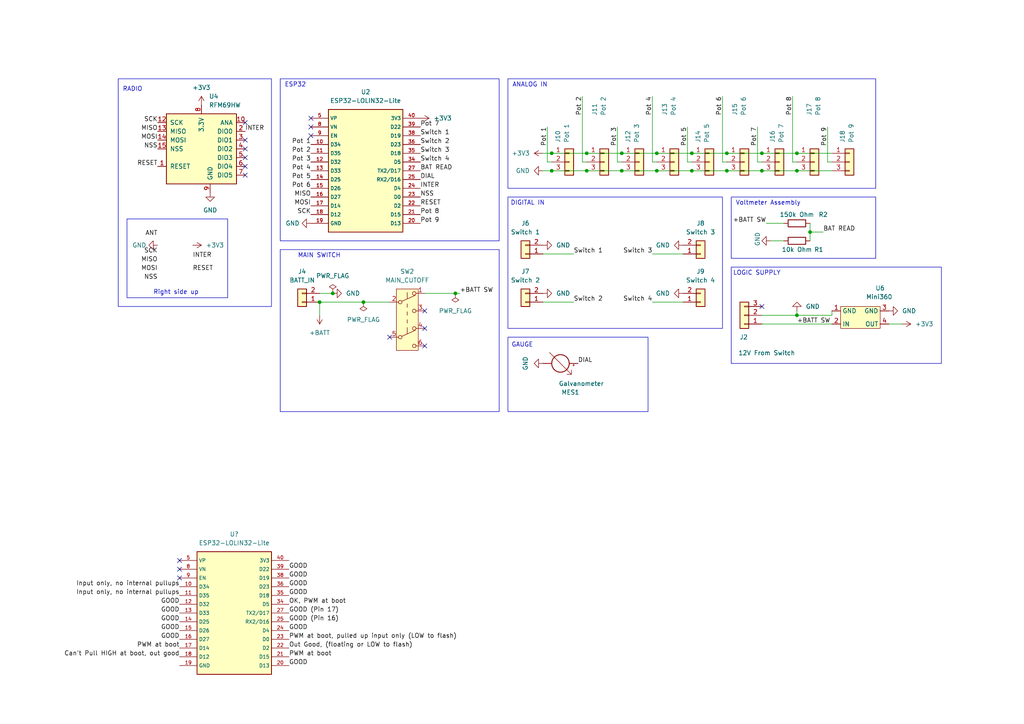
<source format=kicad_sch>
(kicad_sch (version 20250114) (generator "eeschema") (generator_version "9.0")
  (paper "A4")
  (lib_symbols
    (symbol "Connector_Generic:Conn_01x02" (pin_names (offset 1.016) (hide yes))
      (property "Reference" "J" (at 0 2.54 0))
      (property "Value" "Conn_01x02" (at 0 -5.08 0))
      (symbol "Conn_01x02_1_1"
        (rectangle (start -1.27 1.27) (end 1.27 -3.81) (stroke (width 0.254)) (fill (type background)))
        (rectangle (start -1.27 0.127) (end 0 -0.127) (stroke (width 0.1524)))
        (rectangle (start -1.27 -2.413) (end 0 -2.667) (stroke (width 0.1524)))
        (pin passive line (at -5.08 0 0) (length 3.81) (name "Pin_1") (number "1"))
        (pin passive line (at -5.08 -2.54 0) (length 3.81) (name "Pin_2") (number "2"))
      )
    )
    (symbol "Connector_Generic:Conn_01x03" (pin_names (offset 1.016) (hide yes))
      (property "Reference" "J" (at 0 5.08 0))
      (property "Value" "Conn_01x03" (at 0 -5.08 0))
      (symbol "Conn_01x03_1_1"
        (rectangle (start -1.27 3.81) (end 1.27 -3.81) (stroke (width 0.254)) (fill (type background)))
        (rectangle (start -1.27 2.667) (end 0 2.413) (stroke (width 0.1524)))
        (rectangle (start -1.27 0.127) (end 0 -0.127) (stroke (width 0.1524)))
        (rectangle (start -1.27 -2.413) (end 0 -2.667) (stroke (width 0.1524)))
        (pin passive line (at -5.08 2.54 0) (length 3.81) (name "Pin_1") (number "1"))
        (pin passive line (at -5.08 0 0) (length 3.81) (name "Pin_2") (number "2"))
        (pin passive line (at -5.08 -2.54 0) (length 3.81) (name "Pin_3") (number "3"))
      )
    )
    (symbol "Device:Galvanometer" (pin_numbers (hide yes)) (pin_names (offset 0.0254) (hide yes))
      (property "Reference" "MES" (at -3.302 1.016 0))
      (property "Value" "Galvanometer" (at -3.302 -0.762 0))
      (symbol "Galvanometer_0_0"
        (polyline (pts (xy -3.175 -3.175) (xy 3.175 3.175)))
        (polyline (pts (xy 1.905 3.175) (xy 3.175 3.175) (xy 3.175 1.905)))
      )
      (symbol "Galvanometer_0_1"
        (circle (center 0 0) (radius 2.54) (stroke (width 0.254)))
        (polyline (pts (xy 0.254 3.81) (xy 0.762 3.81)))
        (polyline (pts (xy 0.508 4.064) (xy 0.508 3.556)))
      )
      (symbol "Galvanometer_1_1"
        (pin passive line (at 0 5.08 270) (length 2.54) (name "+") (number "2"))
        (pin passive line (at 0 -5.08 90) (length 2.54) (name "-") (number "1"))
      )
    )
    (symbol "Device:R" (pin_numbers (hide yes)) (pin_names (offset 0))
      (property "Reference" "R" (at 2.032 0 90))
      (property "Value" "R" (at 0 0 90))
      (symbol "R_0_1"
        (rectangle (start -1.016 -2.54) (end 1.016 2.54) (stroke (width 0.254)))
      )
      (symbol "R_1_1"
        (pin passive line (at 0 3.81 270) (length 1.27) (name "~") (number "1"))
        (pin passive line (at 0 -3.81 90) (length 1.27) (name "~") (number "2"))
      )
    )
    (symbol "Espressif:ESP32-LOLIN32-Lite"
      (property "Reference" "U" (at -3.81 13.97 0))
      (property "Value" "ESP32-LOLIN32-Lite" (at 0 1.27 90))
      (symbol "ESP32-LOLIN32-Lite_0_1"
        (rectangle (start -11.43 19.05) (end 10.16 -16.51) (stroke (width 0.254)) (fill (type background)))
      )
      (symbol "ESP32-LOLIN32-Lite_1_1"
        (pin bidirectional line (at -16.51 16.51 0) (length 5.08) (name "VP") (number "5"))
        (pin bidirectional line (at -16.51 13.97 0) (length 5.08) (name "VN") (number "8"))
        (pin input line (at -16.51 11.43 0) (length 5.08) (name "EN") (number "9"))
        (pin bidirectional line (at -16.51 8.89 0) (length 5.08) (name "D34") (number "10"))
        (pin bidirectional line (at -16.51 6.35 0) (length 5.08) (name "D35") (number "11"))
        (pin bidirectional line (at -16.51 3.81 0) (length 5.08) (name "D32") (number "12"))
        (pin bidirectional line (at -16.51 1.27 0) (length 5.08) (name "D33") (number "13"))
        (pin bidirectional line (at -16.51 -1.27 0) (length 5.08) (name "D25") (number "14"))
        (pin bidirectional line (at -16.51 -3.81 0) (length 5.08) (name "D26") (number "15"))
        (pin bidirectional line (at -16.51 -6.35 0) (length 5.08) (name "D27") (number "16"))
        (pin bidirectional line (at -16.51 -8.89 0) (length 5.08) (name "D14") (number "17"))
        (pin bidirectional line (at -16.51 -11.43 0) (length 5.08) (name "D12") (number "18"))
        (pin power_in line (at -16.51 -13.97 0) (length 5.08) (name "GND") (number "19"))
        (pin input line (at 15.24 16.51 180) (length 5.08) (name "3V3") (number "40"))
        (pin bidirectional line (at 15.24 13.97 180) (length 5.08) (name "D22") (number "39"))
        (pin bidirectional line (at 15.24 11.43 180) (length 5.08) (name "D19") (number "38"))
        (pin bidirectional line (at 15.24 8.89 180) (length 5.08) (name "D23") (number "36"))
        (pin bidirectional line (at 15.24 6.35 180) (length 5.08) (name "D18") (number "35"))
        (pin bidirectional line (at 15.24 3.81 180) (length 5.08) (name "D5") (number "34"))
        (pin output line (at 15.24 1.27 180) (length 5.08) (name "TX2/D17") (number "27"))
        (pin input line (at 15.24 -1.27 180) (length 5.08) (name "RX2/D16") (number "25"))
        (pin bidirectional line (at 15.24 -3.81 180) (length 5.08) (name "D4") (number "24"))
        (pin bidirectional line (at 15.24 -6.35 180) (length 5.08) (name "D0") (number "23"))
        (pin bidirectional line (at 15.24 -8.89 180) (length 5.08) (name "D2") (number "22"))
        (pin bidirectional line (at 15.24 -11.43 180) (length 5.08) (name "D15") (number "21"))
        (pin bidirectional line (at 15.24 -13.97 180) (length 5.08) (name "D13") (number "20"))
      )
    )
    (symbol "My_Library:Mini360"
      (property "Reference" "U" (at 2.54 7.62 0))
      (property "Value" "Mini360" (at 6.35 10.16 0))
      (symbol "Mini360_1_1"
        (rectangle (start 0 6.35) (end 11.43 0) (fill (type background)))
        (pin power_in line (at -2.54 5.08 0) (length 2.54) (name "GND") (number "1"))
        (pin power_in line (at -2.54 1.27 0) (length 2.54) (name "IN") (number "2"))
        (pin power_in line (at 13.97 5.08 180) (length 2.54) (name "GND") (number "3"))
        (pin power_out line (at 13.97 1.27 180) (length 2.54) (name "OUT") (number "4"))
      )
    )
    (symbol "RF_Module:RFM69HW" (pin_names (offset 1.016))
      (property "Reference" "U" (at -3.81 11.43 0))
      (property "Value" "RFM69HW" (at -7.62 13.97 0))
      (symbol "RFM69HW_0_1"
        (rectangle (start -10.16 10.16) (end 10.16 -10.16) (stroke (width 0.254)) (fill (type background)))
      )
      (symbol "RFM69HW_1_1"
        (pin input line (at -12.7 7.62 0) (length 2.54) (name "SCK") (number "12"))
        (pin output line (at -12.7 5.08 0) (length 2.54) (name "MISO") (number "13"))
        (pin input line (at -12.7 2.54 0) (length 2.54) (name "MOSI") (number "14"))
        (pin input line (at -12.7 0 0) (length 2.54) (name "NSS") (number "15"))
        (pin input line (at -12.7 -5.08 0) (length 2.54) (name "RESET") (number "1"))
        (pin no_connect line (at -2.54 -10.16 90) (length 2.54) (hide yes) (name "NC") (number "16"))
        (pin power_in line (at 0 12.7 270) (length 2.54) (name "3.3V") (number "8"))
        (pin passive line (at 2.54 -12.7 90) (length 2.54) (hide yes) (name "GND") (number "11"))
        (pin power_in line (at 2.54 -12.7 90) (length 2.54) (name "GND") (number "9"))
        (pin output line (at 12.7 7.62 180) (length 2.54) (name "ANA") (number "10"))
        (pin bidirectional line (at 12.7 5.08 180) (length 2.54) (name "DIO0") (number "2"))
        (pin bidirectional line (at 12.7 2.54 180) (length 2.54) (name "DIO1") (number "3"))
        (pin bidirectional line (at 12.7 0 180) (length 2.54) (name "DIO2") (number "4"))
        (pin bidirectional line (at 12.7 -2.54 180) (length 2.54) (name "DIO3") (number "5"))
        (pin bidirectional line (at 12.7 -5.08 180) (length 2.54) (name "DIO4") (number "6"))
        (pin bidirectional line (at 12.7 -7.62 180) (length 2.54) (name "DIO5") (number "7"))
      )
    )
    (symbol "Switch:SW_Push_DPDT" (pin_names (offset 0) (hide yes))
      (property "Reference" "SW" (at 0 10.16 0))
      (property "Value" "SW_Push_DPDT" (at 0 -10.16 0))
      (symbol "SW_Push_DPDT_0_0"
        (circle (center -2.032 5.08) (radius 0.508))
        (circle (center -2.032 -5.08) (radius 0.508))
        (circle (center 2.032 2.54) (radius 0.508))
        (circle (center 2.032 -7.62) (radius 0.508))
      )
      (symbol "SW_Push_DPDT_0_1"
        (polyline (pts (xy -1.524 5.334) (xy 2.3368 7.0612)))
        (polyline (pts (xy -1.524 -4.826) (xy 2.3368 -3.0988)))
        (polyline (pts (xy 0 7.874) (xy 0 6.096)))
        (polyline (pts (xy 0 3.556) (xy 0 4.572)))
        (polyline (pts (xy 0 1.27) (xy 0 2.286)))
        (polyline (pts (xy 0 -1.016) (xy 0 0)))
        (polyline (pts (xy 0 -2.286) (xy 0 -4.064)))
        (circle (center 2.032 7.62) (radius 0.508))
        (circle (center 2.032 -2.54) (radius 0.508))
      )
      (symbol "SW_Push_DPDT_1_1"
        (rectangle (start -3.175 8.89) (end 3.175 -8.89) (fill (type background)))
        (pin passive line (at -5.08 5.08 0) (length 2.54) (name "B") (number "2"))
        (pin passive line (at -5.08 -5.08 0) (length 2.54) (name "B") (number "5"))
        (pin passive line (at 5.08 7.62 180) (length 2.54) (name "A") (number "1"))
        (pin passive line (at 5.08 2.54 180) (length 2.54) (name "C") (number "3"))
        (pin passive line (at 5.08 -2.54 180) (length 2.54) (name "A") (number "4"))
        (pin passive line (at 5.08 -7.62 180) (length 2.54) (name "C") (number "6"))
      )
    )
    (symbol "power:+3V3" (power) (pin_names (offset 0))
      (property "Value" "+3V3" (at 0 3.556 0))
      (symbol "+3V3_0_1"
        (polyline (pts (xy -0.762 1.27) (xy 0 2.54)))
        (polyline (pts (xy 0 2.54) (xy 0.762 1.27)))
        (polyline (pts (xy 0 0) (xy 0 2.54)))
      )
      (symbol "+3V3_1_1"
        (pin power_in line (at 0 0 90) (length 0) (hide yes) (name "+3V3") (number "1"))
      )
    )
    (symbol "power:+BATT" (power) (pin_names (offset 0))
      (property "Value" "+BATT" (at 0 3.556 0))
      (symbol "+BATT_0_1"
        (polyline (pts (xy -0.762 1.27) (xy 0 2.54)))
        (polyline (pts (xy 0 2.54) (xy 0.762 1.27)))
        (polyline (pts (xy 0 0) (xy 0 2.54)))
      )
      (symbol "+BATT_1_1"
        (pin power_in line (at 0 0 90) (length 0) (hide yes) (name "+BATT") (number "1"))
      )
    )
    (symbol "power:GND" (power) (pin_names (offset 0))
      (property "Value" "GND" (at 0 -3.81 0))
      (symbol "GND_0_1"
        (polyline (pts (xy 0 0) (xy 0 -1.27) (xy 1.27 -1.27) (xy 0 -2.54) (xy -1.27 -1.27) (xy 0 -1.27)))
      )
      (symbol "GND_1_1"
        (pin power_in line (at 0 0 270) (length 0) (hide yes) (name "GND") (number "1"))
      )
    )
    (symbol "power:PWR_FLAG" (power) (pin_numbers (hide yes)) (pin_names (offset 0) (hide yes))
      (property "Value" "PWR_FLAG" (at 0 3.81 0))
      (symbol "PWR_FLAG_0_0"
        (pin power_out line (at 0 0 90) (length 0) (name "pwr") (number "1"))
      )
      (symbol "PWR_FLAG_0_1"
        (polyline (pts (xy 0 0) (xy 0 1.27) (xy -1.016 1.905) (xy 0 2.54) (xy 1.016 1.905) (xy 0 1.27)))
      )
    )
  )
  (rectangle (start 212.09 57.15) (end 254 74.93))
  (rectangle (start 34.29 22.86) (end 78.74 88.9))
  (rectangle (start 81.28 22.86) (end 144.78 69.85))
  (rectangle (start 66.04 86.36) (end 36.83 63.5))
  (rectangle (start 81.28 72.39) (end 144.78 119.38))
  (rectangle (start 212.09 77.47) (end 273.05 105.41))
  (rectangle (start 147.32 97.79) (end 187.96 119.38))
  (rectangle (start 147.32 22.86) (end 254 54.61))
  (rectangle (start 147.32 57.15) (end 209.55 95.25))
  (text "DIGITAL IN\n" (at 148.082 59.69 0) (effects (font (size 1.27 1.27)) (justify left bottom)))
  (text "MAIN SWITCH" (at 86.36 74.93 0) (effects (font (size 1.27 1.27)) (justify left bottom)))
  (text "GAUGE" (at 148.336 100.838 0) (effects (font (size 1.27 1.27)) (justify left bottom)))
  (text "RADIO" (at 35.56 26.67 0) (effects (font (size 1.27 1.27)) (justify left bottom)))
  (text "Voltmeter Assembly" (at 213.36 59.69 0) (effects (font (size 1.27 1.27)) (justify left bottom)))
  (text "Right side up" (at 51.054 84.836 0) (effects (font (size 1.27 1.27))))
  (text "ESP32" (at 82.55 25.4 0) (effects (font (size 1.27 1.27)) (justify left bottom)))
  (text "LOGIC SUPPLY\n" (at 212.598 80.01 0) (effects (font (size 1.27 1.27)) (justify left bottom)))
  (text "ANALOG IN" (at 148.59 25.4 0) (effects (font (size 1.27 1.27)) (justify left bottom)))
  (junction (at 160.02 44.45))
  (junction (at 190.5 44.45))
  (junction (at 200.66 44.45))
  (junction (at 190.5 49.53))
  (junction (at 170.18 44.45))
  (junction (at 180.34 44.45))
  (junction (at 234.95 67.31))
  (junction (at 231.14 91.44))
  (junction (at 210.82 49.53))
  (junction (at 180.34 49.53))
  (junction (at 231.14 44.45))
  (junction (at 231.14 49.53))
  (junction (at 105.41 87.63))
  (junction (at 210.82 44.45))
  (junction (at 200.66 49.53))
  (junction (at 170.18 49.53))
  (junction (at 96.52 85.09))
  (junction (at 220.98 49.53))
  (junction (at 160.02 49.53))
  (junction (at 220.98 44.45))
  (junction (at 92.71 87.63))
  (junction (at 132.08 85.09))
  (no_connect (at 71.12 50.8))
  (no_connect (at 90.17 34.29))
  (no_connect (at 52.07 165.1))
  (no_connect (at 113.03 97.79))
  (no_connect (at 71.12 43.18))
  (no_connect (at 71.12 48.26))
  (no_connect (at 52.07 167.64))
  (no_connect (at 123.19 100.33))
  (no_connect (at 123.19 90.17))
  (no_connect (at 220.98 88.9))
  (no_connect (at 71.12 35.56))
  (no_connect (at 52.07 162.56))
  (no_connect (at 71.12 45.72))
  (no_connect (at 71.12 40.64))
  (no_connect (at 90.17 36.83))
  (no_connect (at 90.17 39.37))
  (no_connect (at 123.19 95.25))
  (wire (pts (xy 219.71 36.83) (xy 219.71 46.99)))
  (wire (pts (xy 240.03 46.99) (xy 241.3 46.99)))
  (wire (pts (xy 168.91 27.94) (xy 168.91 46.99)))
  (wire (pts (xy 166.37 73.66) (xy 157.48 73.66)))
  (wire (pts (xy 166.37 87.63) (xy 157.48 87.63)))
  (wire (pts (xy 160.02 49.53) (xy 170.18 49.53)))
  (wire (pts (xy 170.18 44.45) (xy 180.34 44.45)))
  (wire (pts (xy 168.91 46.99) (xy 170.18 46.99)))
  (wire (pts (xy 189.23 27.94) (xy 189.23 46.99)))
  (wire (pts (xy 234.95 64.77) (xy 234.95 67.31)))
  (wire (pts (xy 234.95 67.31) (xy 234.95 69.85)))
  (wire (pts (xy 209.55 46.99) (xy 210.82 46.99)))
  (wire (pts (xy 180.34 44.45) (xy 190.5 44.45)))
  (wire (pts (xy 222.25 64.77) (xy 227.33 64.77)))
  (wire (pts (xy 92.71 91.44) (xy 92.71 87.63)))
  (wire (pts (xy 157.48 49.53) (xy 160.02 49.53)))
  (wire (pts (xy 123.19 85.09) (xy 132.08 85.09)))
  (wire (pts (xy 238.76 67.31) (xy 234.95 67.31)))
  (wire (pts (xy 240.03 36.83) (xy 240.03 46.99)))
  (wire (pts (xy 219.71 46.99) (xy 220.98 46.99)))
  (wire (pts (xy 209.55 27.94) (xy 209.55 46.99)))
  (wire (pts (xy 220.98 44.45) (xy 231.14 44.45)))
  (wire (pts (xy 92.71 87.63) (xy 105.41 87.63)))
  (wire (pts (xy 223.52 69.85) (xy 227.33 69.85)))
  (wire (pts (xy 189.23 73.66) (xy 198.12 73.66)))
  (wire (pts (xy 189.23 87.63) (xy 198.12 87.63)))
  (wire (pts (xy 200.66 44.45) (xy 210.82 44.45)))
  (wire (pts (xy 190.5 44.45) (xy 200.66 44.45)))
  (wire (pts (xy 261.62 93.98) (xy 257.81 93.98)))
  (wire (pts (xy 220.98 93.98) (xy 241.3 93.98)))
  (wire (pts (xy 210.82 44.45) (xy 220.98 44.45)))
  (wire (pts (xy 105.41 87.63) (xy 113.03 87.63)))
  (wire (pts (xy 231.14 49.53) (xy 241.3 49.53)))
  (wire (pts (xy 190.5 49.53) (xy 200.66 49.53)))
  (wire (pts (xy 170.18 49.53) (xy 180.34 49.53)))
  (wire (pts (xy 199.39 36.83) (xy 199.39 46.99)))
  (wire (pts (xy 96.52 85.09) (xy 92.71 85.09)))
  (wire (pts (xy 158.75 46.99) (xy 160.02 46.99)))
  (wire (pts (xy 158.75 36.83) (xy 158.75 46.99)))
  (wire (pts (xy 157.48 44.45) (xy 160.02 44.45)))
  (wire (pts (xy 179.07 36.83) (xy 179.07 46.99)))
  (wire (pts (xy 133.35 85.09) (xy 132.08 85.09)))
  (wire (pts (xy 210.82 49.53) (xy 220.98 49.53)))
  (wire (pts (xy 231.14 44.45) (xy 241.3 44.45)))
  (wire (pts (xy 229.87 46.99) (xy 231.14 46.99)))
  (wire (pts (xy 200.66 49.53) (xy 210.82 49.53)))
  (wire (pts (xy 180.34 49.53) (xy 190.5 49.53)))
  (wire (pts (xy 231.14 90.17) (xy 231.14 91.44)))
  (wire (pts (xy 229.87 27.94) (xy 229.87 46.99)))
  (wire (pts (xy 220.98 49.53) (xy 231.14 49.53)))
  (wire (pts (xy 160.02 44.45) (xy 170.18 44.45)))
  (wire (pts (xy 179.07 46.99) (xy 180.34 46.99)))
  (wire (pts (xy 241.3 91.44) (xy 241.3 90.17)))
  (wire (pts (xy 189.23 46.99) (xy 190.5 46.99)))
  (wire (pts (xy 231.14 91.44) (xy 241.3 91.44)))
  (wire (pts (xy 199.39 46.99) (xy 200.66 46.99)))
  (wire (pts (xy 220.98 91.44) (xy 231.14 91.44)))
  (label "NSS" (at 45.72 43.18 180))
  (label "Pot 4" (at 90.17 49.53 180))
  (label "Switch 3" (at 189.23 73.66 180))
  (label "Input only, no internal pullups" (at 52.07 172.72 180))
  (label "PWM at boot" (at 52.07 187.96 180))
  (label "PWM at boot" (at 83.82 190.5 0))
  (label "Switch 4" (at 121.92 46.99 0))
  (label "DIAL" (at 167.64 105.41 0))
  (label "Out Good, (floating or LOW to flash)" (at 83.82 187.96 0))
  (label "DIAL" (at 121.92 52.07 0))
  (label "Pot 8" (at 121.92 62.23 0))
  (label "GOOD" (at 52.07 175.26 180))
  (label "GOOD (Pin 17)" (at 83.82 177.8 0))
  (label "Pot 5" (at 199.39 36.83 270))
  (label "MOSI" (at 90.17 59.69 180))
  (label "GOOD" (at 83.82 172.72 0))
  (label "GOOD" (at 83.82 182.88 0))
  (label "Switch 1" (at 166.37 73.66 0))
  (label "GOOD" (at 52.07 180.34 180))
  (label "Pot 5" (at 90.17 52.07 180))
  (label "INTER" (at 71.12 38.1 0))
  (label "MISO" (at 45.72 76.2 180))
  (label "INTER" (at 121.92 54.61 0))
  (label "SCK" (at 90.17 62.23 180))
  (label "BAT READ" (at 121.92 49.53 0))
  (label "MISO" (at 90.17 57.15 180))
  (label "Switch 2" (at 166.37 87.63 0))
  (label "+BATT SW" (at 222.25 64.77 180))
  (label "GOOD" (at 83.82 170.18 0))
  (label "Pot 2" (at 90.17 44.45 180))
  (label "Pot 9" (at 121.92 64.77 0))
  (label "RESET" (at 121.92 59.69 0))
  (label "Switch 4" (at 189.23 87.63 180))
  (label "MOSI" (at 45.72 78.74 180))
  (label "GOOD" (at 52.07 185.42 180))
  (label "BAT READ" (at 238.76 67.31 0))
  (label "Input only, no internal pullups" (at 52.07 170.18 180))
  (label "Switch 2" (at 121.92 41.91 0))
  (label "MISO" (at 45.72 38.1 180))
  (label "Pot 2" (at 168.91 27.94 270))
  (label "Pot 1" (at 158.75 36.83 270))
  (label "Switch 3" (at 121.92 44.45 0))
  (label "Pot 6" (at 209.55 27.94 270))
  (label "NSS" (at 45.72 81.28 180))
  (label "Pot 9" (at 240.03 36.83 270))
  (label "SCK" (at 45.72 35.56 180))
  (label "RESET" (at 45.72 48.26 180))
  (label "Switch 1" (at 121.92 39.37 0))
  (label "Pot 7" (at 219.71 36.83 270))
  (label "Pot 8" (at 229.87 27.94 270))
  (label "OK, PWM at boot" (at 83.82 175.26 0))
  (label "SCK" (at 45.72 73.66 180))
  (label "PWM at boot, pulled up input only (LOW to flash)" (at 83.82 185.42 0))
  (label "Pot 7" (at 121.92 36.83 0))
  (label "NSS" (at 121.92 57.15 0))
  (label "Pot 3" (at 90.17 46.99 180))
  (label "INTER" (at 55.88 74.93 0))
  (label "+BATT SW" (at 133.35 85.09 0))
  (label "Pot 3" (at 179.07 36.83 270))
  (label "GOOD" (at 83.82 167.64 0))
  (label "GOOD" (at 52.07 177.8 180))
  (label "Pot 1" (at 90.17 41.91 180))
  (label "ANT" (at 45.72 68.58 180))
  (label "GOOD" (at 83.82 165.1 0))
  (label "GOOD (Pin 16)" (at 83.82 180.34 0))
  (label "+BATT SW" (at 231.14 93.98 0))
  (label "MOSI" (at 45.72 40.64 180))
  (label "Pot 6" (at 90.17 54.61 180))
  (label "Pot 4" (at 189.23 27.94 270))
  (label "RESET" (at 55.88 78.74 0))
  (label "GOOD" (at 52.07 182.88 180))
  (label "Can't Pull HIGH at boot, out good" (at 52.07 190.5 180))
  (label "GOOD" (at 83.82 193.04 0))
  (symbol (lib_id "power:PWR_FLAG") (at 132.08 85.09 180) (unit 1)
    (property "Reference" "#FLG04" (effects (hide yes)))
    (property "Value" "PWR_FLAG" (at 132.08 90.17 0))
  )
  (symbol (lib_id "Connector_Generic:Conn_01x03") (at 215.9 46.99 0) (unit 1)
    (property "Reference" "J15" (at 213.106 33.528 90) (effects (justify left)))
    (property "Value" "Pot 6" (at 215.646 33.528 90) (effects (justify left)))
    (property "Footprint" "Connector_PinHeader_2.54mm:PinHeader_1x03_P2.54mm_Vertical" (effects (hide yes)))
  )
  (symbol (lib_id "RF_Module:RFM69HW") (at 58.42 43.18 0) (unit 1)
    (property "Reference" "U4" (at 60.6141 27.94 0) (effects (justify left)))
    (property "Value" "RFM69HW" (at 60.6141 30.48 0) (effects (justify left)))
    (property "Footprint" "My_Library:HOPERF_RFM69HW" (effects (hide yes)))
    (property "Datasheet" "https://www.hoperf.com/data/upload/portal/20181127/5bfcbb56f1fd7.pdf" (effects (hide yes)))
  )
  (symbol (lib_id "power:+3V3") (at 58.42 30.48 0) (unit 1)
    (property "Reference" "#PWR010" (effects (hide yes)))
    (property "Value" "+3V3" (at 58.42 25.4 0))
  )
  (symbol (lib_id "power:PWR_FLAG") (at 96.52 85.09 0) (unit 1)
    (property "Reference" "#FLG01" (effects (hide yes)))
    (property "Value" "PWR_FLAG" (at 96.52 80.01 0))
  )
  (symbol (lib_id "power:PWR_FLAG") (at 105.41 87.63 180) (unit 1)
    (property "Reference" "#FLG02" (effects (hide yes)))
    (property "Value" "PWR_FLAG" (at 105.41 92.71 0))
  )
  (symbol (lib_id "power:GND") (at 96.52 85.09 90) (unit 1)
    (property "Reference" "#PWR09" (effects (hide yes)))
    (property "Value" "GND" (at 100.33 85.09 90) (effects (justify right)))
  )
  (symbol (lib_id "power:GND") (at 90.17 64.77 270) (unit 1)
    (property "Reference" "#PWR025" (effects (hide yes)))
    (property "Value" "GND" (at 82.804 64.77 90) (effects (justify left)))
  )
  (symbol (lib_id "Connector_Generic:Conn_01x03") (at 215.9 91.44 180) (unit 1)
    (property "Reference" "J2" (at 216.916 97.79 0) (effects (justify left)))
    (property "Value" "12V From Switch" (at 230.632 102.362 0) (effects (justify left)))
    (property "Footprint" "Connector_PinHeader_2.54mm:PinHeader_1x03_P2.54mm_Vertical" (effects (hide yes)))
  )
  (symbol (lib_id "Connector_Generic:Conn_01x02") (at 203.2 73.66 0) (mirror x) (unit 1)
    (property "Reference" "J8" (at 203.2 64.77 0))
    (property "Value" "Switch 3" (at 203.2 67.31 0))
    (property "Footprint" "Connector_PinHeader_2.54mm:PinHeader_1x02_P2.54mm_Vertical" (effects (hide yes)))
  )
  (symbol (lib_id "power:GND") (at 198.12 85.09 270) (mirror x) (unit 1)
    (property "Reference" "#PWR019" (effects (hide yes)))
    (property "Value" "GND" (at 194.31 85.0899 90) (effects (justify right)))
  )
  (symbol (lib_id "power:GND") (at 157.48 105.41 270) (unit 1)
    (property "Reference" "#PWR04" (effects (hide yes)))
    (property "Value" "GND" (at 152.4 105.41 0))
  )
  (symbol (lib_id "Connector_Generic:Conn_01x03") (at 175.26 46.99 0) (unit 1)
    (property "Reference" "J11" (at 172.466 33.528 90) (effects (justify left)))
    (property "Value" "Pot 2" (at 175.006 33.528 90) (effects (justify left)))
    (property "Footprint" "Connector_PinHeader_2.54mm:PinHeader_1x03_P2.54mm_Vertical" (effects (hide yes)))
  )
  (symbol (lib_id "My_Library:Mini360") (at 243.84 95.25 0) (unit 1)
    (property "Reference" "U6" (at 255.27 83.566 0))
    (property "Value" "Mini360" (at 255.016 86.106 0))
    (property "Footprint" "My_Library:Mini360" (effects (hide yes)))
  )
  (symbol (lib_id "Connector_Generic:Conn_01x03") (at 226.06 46.99 0) (unit 1)
    (property "Reference" "J16" (at 224.028 41.402 90) (effects (justify left)))
    (property "Value" "Pot 7" (at 226.568 41.402 90) (effects (justify left)))
    (property "Footprint" "Connector_PinHeader_2.54mm:PinHeader_1x03_P2.54mm_Vertical" (effects (hide yes)))
  )
  (symbol (lib_id "power:GND") (at 45.72 71.12 270) (unit 1)
    (property "Reference" "#PWR022" (effects (hide yes)))
    (property "Value" "GND" (at 38.354 71.12 90) (effects (justify left)))
  )
  (symbol (lib_id "Connector_Generic:Conn_01x03") (at 165.1 46.99 0) (unit 1)
    (property "Reference" "J10" (at 161.798 41.402 90) (effects (justify left)))
    (property "Value" "Pot 1" (at 164.338 41.402 90) (effects (justify left)))
    (property "Footprint" "Connector_PinHeader_2.54mm:PinHeader_1x03_P2.54mm_Vertical" (effects (hide yes)))
  )
  (symbol (lib_id "Device:R") (at 231.14 64.77 270) (unit 1)
    (property "Reference" "R1" (at 237.49 72.39 90))
    (property "Value" "150k Ohm" (at 231.14 62.23 90))
    (property "Footprint" "Resistor_THT:R_Axial_DIN0207_L6.3mm_D2.5mm_P7.62mm_Horizontal" (effects (hide yes)))
  )
  (symbol (lib_id "Connector_Generic:Conn_01x02") (at 203.2 87.63 0) (mirror x) (unit 1)
    (property "Reference" "J9" (at 203.2 78.74 0))
    (property "Value" "Switch 4" (at 203.2 81.28 0))
    (property "Footprint" "Connector_PinHeader_2.54mm:PinHeader_1x02_P2.54mm_Vertical" (effects (hide yes)))
  )
  (symbol (lib_id "power:GND") (at 60.96 55.88 0) (unit 1)
    (property "Reference" "#PWR012" (effects (hide yes)))
    (property "Value" "GND" (at 60.96 60.96 0))
  )
  (symbol (lib_id "power:GND") (at 157.48 85.09 90) (unit 1)
    (property "Reference" "#PWR017" (effects (hide yes)))
    (property "Value" "GND" (at 161.29 85.0899 90) (effects (justify right)))
  )
  (symbol (lib_id "Device:Galvanometer") (at 162.56 105.41 270) (unit 1)
    (property "Reference" "MES1" (at 162.814 113.792 90) (effects (justify left)))
    (property "Value" "Galvanometer" (at 162.052 111.252 90) (effects (justify left)))
    (property "Description" "Galvanometer" (effects (hide yes)))
  )
  (symbol (lib_id "Device:R") (at 231.14 69.85 90) (unit 1)
    (property "Reference" "R2" (at 238.76 62.23 90))
    (property "Value" "10k Ohm" (at 231.14 72.39 90))
    (property "Footprint" "Resistor_THT:R_Axial_DIN0207_L6.3mm_D2.5mm_P7.62mm_Horizontal" (effects (hide yes)))
  )
  (symbol (lib_id "power:GND") (at 231.14 90.17 180) (unit 1)
    (property "Reference" "#PWR020" (effects (hide yes)))
    (property "Value" "GND" (at 233.68 88.8999 0) (effects (justify right)))
  )
  (symbol (lib_id "power:+3V3") (at 55.88 71.12 270) (unit 1)
    (property "Reference" "#PWR023" (effects (hide yes)))
    (property "Value" "+3V3" (at 59.69 71.1201 90) (effects (justify left)))
  )
  (symbol (lib_id "Connector_Generic:Conn_01x03") (at 246.38 46.99 0) (unit 1)
    (property "Reference" "J18" (at 244.348 41.402 90) (effects (justify left)))
    (property "Value" "Pot 9" (at 246.888 41.402 90) (effects (justify left)))
    (property "Footprint" "Connector_PinHeader_2.54mm:PinHeader_1x03_P2.54mm_Vertical" (effects (hide yes)))
  )
  (symbol (lib_id "power:+BATT") (at 92.71 91.44 180) (unit 1)
    (property "Reference" "#PWR08" (effects (hide yes)))
    (property "Value" "+BATT" (at 92.71 96.52 0))
  )
  (symbol (lib_id "Connector_Generic:Conn_01x03") (at 205.74 46.99 0) (unit 1)
    (property "Reference" "J14" (at 202.438 41.402 90) (effects (justify left)))
    (property "Value" "Pot 5" (at 204.978 41.402 90) (effects (justify left)))
    (property "Footprint" "Connector_PinHeader_2.54mm:PinHeader_1x03_P2.54mm_Vertical" (effects (hide yes)))
  )
  (symbol (lib_id "power:GND") (at 157.48 71.12 90) (unit 1)
    (property "Reference" "#PWR016" (effects (hide yes)))
    (property "Value" "GND" (at 161.29 71.1199 90) (effects (justify right)))
  )
  (symbol (lib_id "Connector_Generic:Conn_01x03") (at 236.22 46.99 0) (unit 1)
    (property "Reference" "J17" (at 234.696 33.528 90) (effects (justify left)))
    (property "Value" "Pot 8" (at 237.236 33.528 90) (effects (justify left)))
    (property "Footprint" "Connector_PinHeader_2.54mm:PinHeader_1x03_P2.54mm_Vertical" (effects (hide yes)))
  )
  (symbol (lib_id "power:+3V3") (at 157.48 44.45 90) (unit 1)
    (property "Reference" "#PWR01" (effects (hide yes)))
    (property "Value" "+3V3" (at 153.67 44.4499 90) (effects (justify left)))
  )
  (symbol (lib_id "power:GND") (at 223.52 69.85 270) (unit 1)
    (property "Reference" "#PWR02" (effects (hide yes)))
    (property "Value" "GND" (at 219.71 67.31 0) (effects (justify left)))
  )
  (symbol (lib_id "Connector_Generic:Conn_01x02") (at 152.4 87.63 180) (unit 1)
    (property "Reference" "J7" (at 152.4 78.74 0))
    (property "Value" "Switch 2" (at 152.4 81.28 0))
    (property "Footprint" "Connector_PinHeader_2.54mm:PinHeader_1x02_P2.54mm_Vertical" (effects (hide yes)))
  )
  (symbol (lib_id "Connector_Generic:Conn_01x02") (at 152.4 73.66 180) (unit 1)
    (property "Reference" "J6" (at 152.4 64.77 0))
    (property "Value" "Switch 1" (at 152.4 67.31 0))
    (property "Footprint" "Connector_PinHeader_2.54mm:PinHeader_1x02_P2.54mm_Vertical" (effects (hide yes)))
  )
  (symbol (lib_id "Switch:SW_Push_DPDT") (at 118.11 92.71 0) (unit 1)
    (property "Reference" "SW2" (at 118.11 78.74 0))
    (property "Value" "MAIN_CUTOFF" (at 118.11 81.28 0))
    (property "Description" "Momentary Switch, dual pole double throw" (effects (hide yes)))
  )
  (symbol (lib_id "power:+3V3") (at 121.92 34.29 270) (unit 1)
    (property "Reference" "#PWR024" (effects (hide yes)))
    (property "Value" "+3V3" (at 125.73 34.2901 90) (effects (justify left)))
  )
  (symbol (lib_id "power:+3V3") (at 261.62 93.98 270) (unit 1)
    (property "Reference" "#PWR021" (effects (hide yes)))
    (property "Value" "+3V3" (at 265.43 93.98 90) (effects (justify left)))
  )
  (symbol (lib_id "Connector_Generic:Conn_01x03") (at 195.58 46.99 0) (unit 1)
    (property "Reference" "J13" (at 192.786 33.528 90) (effects (justify left)))
    (property "Value" "Pot 4" (at 195.326 33.528 90) (effects (justify left)))
    (property "Footprint" "Connector_PinHeader_2.54mm:PinHeader_1x03_P2.54mm_Vertical" (effects (hide yes)))
  )
  (symbol (lib_id "Espressif:ESP32-LOLIN32-Lite") (at 68.58 179.07 0) (unit 1)
    (property "Reference" "U?" (at 67.945 154.94 0))
    (property "Value" "ESP32-LOLIN32-Lite" (at 67.945 157.48 0))
    (property "Footprint" "Espressif:ESP32-LOLIN32-Lite" (effects (hide yes)))
  )
  (symbol (lib_id "power:GND") (at 198.12 71.12 270) (mirror x) (unit 1)
    (property "Reference" "#PWR018" (effects (hide yes)))
    (property "Value" "GND" (at 194.31 71.1199 90) (effects (justify right)))
  )
  (symbol (lib_id "power:GND") (at 157.48 49.53 270) (unit 1)
    (property "Reference" "#PWR03" (effects (hide yes)))
    (property "Value" "GND" (at 153.67 49.53 90) (effects (justify right)))
  )
  (symbol (lib_id "Connector_Generic:Conn_01x02") (at 87.63 87.63 180) (unit 1)
    (property "Reference" "J4" (at 87.63 78.74 0))
    (property "Value" "BATT_IN" (at 87.63 81.28 0))
    (property "Footprint" "Connector_PinHeader_2.54mm:PinHeader_1x02_P2.54mm_Vertical" (effects (hide yes)))
  )
  (symbol (lib_id "Espressif:ESP32-LOLIN32-Lite") (at 106.68 50.8 0) (unit 1)
    (property "Reference" "U2" (at 106.045 26.67 0))
    (property "Value" "ESP32-LOLIN32-Lite" (at 106.045 29.21 0))
    (property "Footprint" "Espressif:ESP32-LOLIN32-Lite" (effects (hide yes)))
  )
  (symbol (lib_id "Connector_Generic:Conn_01x03") (at 185.42 46.99 0) (unit 1)
    (property "Reference" "J12" (at 182.118 41.402 90) (effects (justify left)))
    (property "Value" "Pot 3" (at 184.658 41.402 90) (effects (justify left)))
    (property "Footprint" "Connector_PinHeader_2.54mm:PinHeader_1x03_P2.54mm_Vertical" (effects (hide yes)))
  )
  (symbol (lib_id "power:GND") (at 257.81 90.17 90) (unit 1)
    (property "Reference" "#PWR020" (effects (hide yes)))
    (property "Value" "GND" (at 261.62 90.17 90) (effects (justify right)))
  )
)
</source>
